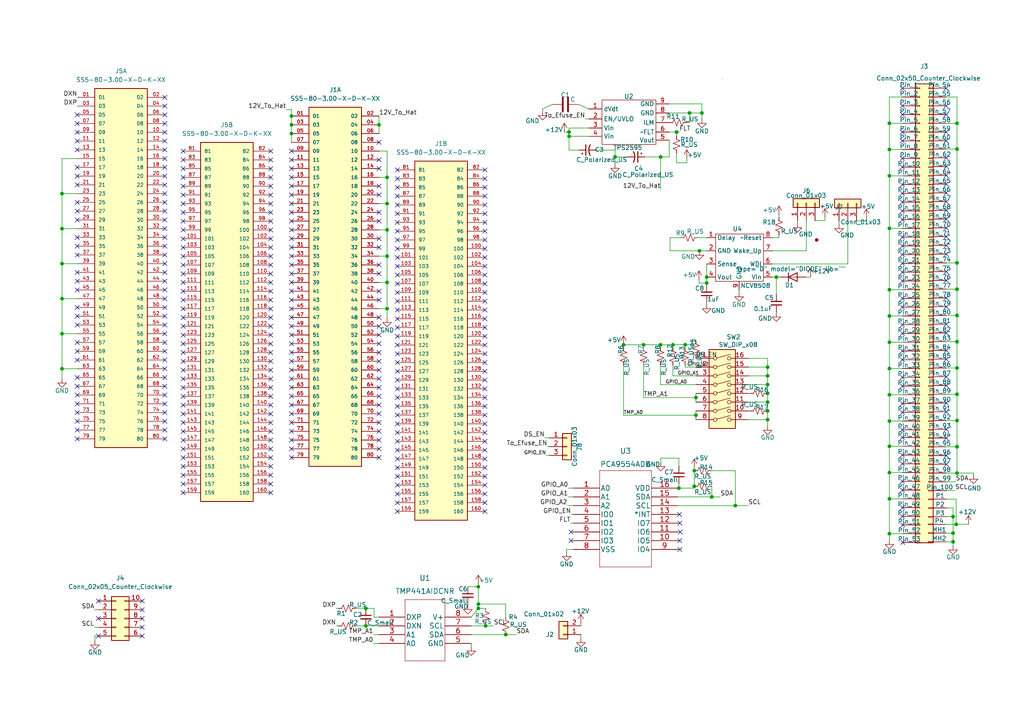
<source format=kicad_sch>
(kicad_sch (version 20211123) (generator eeschema)
  (paper "A4")
  (title_block (title "PERRI Board") (rev "0"))
  (junction (at 201.3712 136.525))
  (junction (at 206.4512 144.1196))
  (junction (at 277.5712 35.7632))
  (junction (at 112.268 81.915))
  (junction (at 112.268 66.675))
  (junction (at 225.171 80.3656))
  (junction (at 17.9832 76.4794))
  (junction (at 180.848 99.9998))
  (junction (at 165.0492 38.3032))
  (junction (at 112.268 59.055))
  (junction (at 196.9008 141.5796))
  (junction (at 191.6176 45.5168))
  (junction (at 222.631 109.0168))
  (junction (at 222.631 114.0968))
  (junction (at 257.9624 99.2632))
  (junction (at 257.9624 122.1232))
  (junction (at 257.9624 154.7876))
  (junction (at 257.9624 66.2432))
  (junction (at 17.9832 86.6394))
  (junction (at 112.268 74.295))
  (junction (at 222.631 121.7168))
  (junction (at 257.9624 51.0032))
  (junction (at 17.9832 106.9594))
  (junction (at 196.2404 38.3032))
  (junction (at 201.8538 115.316))
  (junction (at 84.5312 36.195))
  (junction (at 106.1212 181.5338))
  (junction (at 257.9624 137.0584))
  (junction (at 106.1212 176.4538))
  (junction (at 140.8684 181.5338))
  (junction (at 112.268 89.535))
  (junction (at 165.0492 39.5224))
  (junction (at 257.9624 129.4384))
  (junction (at 257.9624 114.5032))
  (junction (at 277.5712 43.2308))
  (junction (at 178.3842 45.5168))
  (junction (at 84.5312 33.655))
  (junction (at 138.7348 170.18))
  (junction (at 257.9624 106.8832))
  (junction (at 277.5712 121.9708))
  (junction (at 138.7348 175.2092))
  (junction (at 199.9996 32.766))
  (junction (at 257.9624 91.6432))
  (junction (at 191.5668 99.9998))
  (junction (at 204.978 82.0928))
  (junction (at 277.3172 152.0698))
  (junction (at 276.4282 154.6098))
  (junction (at 257.9624 43.3578))
  (junction (at 138.7348 176.4538))
  (junction (at 277.5712 76.2508))
  (junction (at 17.9832 56.1594))
  (junction (at 17.9832 66.3194))
  (junction (at 222.631 116.6368))
  (junction (at 186.6646 99.9998))
  (junction (at 203.581 32.766))
  (junction (at 198.7296 99.9998))
  (junction (at 257.9624 35.7632))
  (junction (at 277.5712 114.3508))
  (junction (at 195.1736 99.9998))
  (junction (at 277.5712 137.2108))
  (junction (at 277.5712 129.5908))
  (junction (at 257.9624 84.0232))
  (junction (at 17.9832 96.7994))
  (junction (at 109.9312 36.195))
  (junction (at 84.5312 38.735))
  (junction (at 112.268 51.435))
  (junction (at 277.5712 83.8708))
  (junction (at 201.3712 141.0462))
  (junction (at 201.8538 120.4214))
  (junction (at 277.5712 99.1108))
  (junction (at 222.631 119.1768))
  (junction (at 276.4282 149.86))
  (junction (at 277.5712 106.7308))
  (junction (at 257.9624 144.6784))
  (junction (at 277.5712 91.4908))
  (junction (at 222.631 111.5568))
  (junction (at 222.631 106.4768))
  (junction (at 213.2838 146.6596))
  (junction (at 276.4282 157.1498))
  (junction (at 204.978 80.3656))
  (junction (at 146.685 184.0738))
  (junction (at 202.8698 72.7456))
  (no_connect (at 47.8028 61.2394))
  (no_connect (at 115.2398 128.016))
  (no_connect (at 22.4028 94.2594))
  (no_connect (at 140.6398 84.836))
  (no_connect (at 140.6398 138.176))
  (no_connect (at 140.6398 117.856))
  (no_connect (at 22.4028 124.7394))
  (no_connect (at 22.4028 43.4594))
  (no_connect (at 274.4724 66.0908))
  (no_connect (at 140.6398 72.136))
  (no_connect (at 47.8028 127.2794))
  (no_connect (at 140.6398 130.556))
  (no_connect (at 115.2398 143.256))
  (no_connect (at 261.7216 30.6832))
  (no_connect (at 41.2496 174.3202))
  (no_connect (at 47.8028 63.7794))
  (no_connect (at 47.8028 51.0794))
  (no_connect (at 22.4028 114.5794))
  (no_connect (at 274.4724 94.0308))
  (no_connect (at 53.1114 135.2804))
  (no_connect (at 41.2496 176.8602))
  (no_connect (at 261.7216 96.7232))
  (no_connect (at 22.4028 91.7194))
  (no_connect (at 22.4028 104.4194))
  (no_connect (at 274.4724 111.8108))
  (no_connect (at 47.8028 101.8794))
  (no_connect (at 274.4724 81.3308))
  (no_connect (at 274.4724 116.8908))
  (no_connect (at 140.6398 105.156))
  (no_connect (at 115.2398 117.856))
  (no_connect (at 109.9312 61.595))
  (no_connect (at 22.4028 58.6994))
  (no_connect (at 261.7216 94.1832))
  (no_connect (at 261.7216 25.6032))
  (no_connect (at 274.4724 109.2708))
  (no_connect (at 261.7216 86.5632))
  (no_connect (at 78.5114 66.7004))
  (no_connect (at 140.6398 97.536))
  (no_connect (at 84.5312 92.075))
  (no_connect (at 109.9312 97.155))
  (no_connect (at 22.4028 35.8394))
  (no_connect (at 140.6398 74.676))
  (no_connect (at 140.6398 61.976))
  (no_connect (at 84.5312 46.355))
  (no_connect (at 274.4724 45.7708))
  (no_connect (at 109.9312 120.015))
  (no_connect (at 78.5114 94.6404))
  (no_connect (at 115.2398 72.136))
  (no_connect (at 140.6398 77.216))
  (no_connect (at 115.2398 69.596))
  (no_connect (at 78.5114 127.6604))
  (no_connect (at 115.2398 67.056))
  (no_connect (at 140.6398 82.296))
  (no_connect (at 47.8028 89.1794))
  (no_connect (at 22.4028 119.6594))
  (no_connect (at 109.9312 130.175))
  (no_connect (at 84.5312 69.215))
  (no_connect (at 261.7216 142.1384))
  (no_connect (at 53.1114 132.7404))
  (no_connect (at 78.5114 92.1004))
  (no_connect (at 47.8028 96.7994))
  (no_connect (at 84.5312 97.155))
  (no_connect (at 53.1114 76.8604))
  (no_connect (at 84.5312 125.095))
  (no_connect (at 140.6398 49.276))
  (no_connect (at 140.6398 135.636))
  (no_connect (at 274.4724 127.0508))
  (no_connect (at 53.1114 92.1004))
  (no_connect (at 84.5312 66.675))
  (no_connect (at 84.5312 89.535))
  (no_connect (at 115.2398 89.916))
  (no_connect (at 84.5312 74.295))
  (no_connect (at 47.8028 53.6194))
  (no_connect (at 115.2398 74.676))
  (no_connect (at 84.5312 43.815))
  (no_connect (at 47.8028 71.3994))
  (no_connect (at 84.5312 122.555))
  (no_connect (at 53.1114 99.7204))
  (no_connect (at 261.7216 33.2232))
  (no_connect (at 261.7216 117.0432))
  (no_connect (at 109.9312 122.555))
  (no_connect (at 22.4028 117.1194))
  (no_connect (at 47.8028 43.4594))
  (no_connect (at 22.4028 122.1994))
  (no_connect (at 274.4724 96.5708))
  (no_connect (at 140.6398 87.376))
  (no_connect (at 109.9312 84.455))
  (no_connect (at 140.6398 54.356))
  (no_connect (at 84.5312 107.315))
  (no_connect (at 115.2398 64.516))
  (no_connect (at 22.4028 89.1794))
  (no_connect (at 78.5114 46.3804))
  (no_connect (at 84.5312 64.135))
  (no_connect (at 109.9312 109.855))
  (no_connect (at 47.8028 94.2594))
  (no_connect (at 22.4028 40.9194))
  (no_connect (at 78.5114 64.1604))
  (no_connect (at 115.2398 94.996))
  (no_connect (at 53.1114 48.9204))
  (no_connect (at 47.8028 73.9394))
  (no_connect (at 78.5114 130.2004))
  (no_connect (at 140.6398 69.596))
  (no_connect (at 22.4028 61.2394))
  (no_connect (at 115.2398 87.376))
  (no_connect (at 53.1114 81.9404))
  (no_connect (at 53.1114 79.4004))
  (no_connect (at 78.5114 79.4004))
  (no_connect (at 115.2398 107.696))
  (no_connect (at 115.2398 92.456))
  (no_connect (at 22.4028 99.3394))
  (no_connect (at 115.2398 79.756))
  (no_connect (at 53.1114 89.5604))
  (no_connect (at 78.5114 61.6204))
  (no_connect (at 53.1114 97.1804))
  (no_connect (at 41.2496 179.4002))
  (no_connect (at 109.9312 46.355))
  (no_connect (at 261.7216 40.8432))
  (no_connect (at 109.9312 102.235))
  (no_connect (at 22.4028 48.5394))
  (no_connect (at 109.9312 76.835))
  (no_connect (at 261.7216 119.5832))
  (no_connect (at 109.9312 86.995))
  (no_connect (at 28.5496 184.4802))
  (no_connect (at 140.6398 120.396))
  (no_connect (at 84.5312 71.755))
  (no_connect (at 78.5114 122.5804))
  (no_connect (at 22.4028 127.2794))
  (no_connect (at 274.4724 78.7908))
  (no_connect (at 109.9312 71.755))
  (no_connect (at 261.7216 58.6232))
  (no_connect (at 140.6398 107.696))
  (no_connect (at 109.9312 41.275))
  (no_connect (at 140.6398 140.716))
  (no_connect (at 84.5312 56.515))
  (no_connect (at 109.9312 127.635))
  (no_connect (at 47.8028 91.7194))
  (no_connect (at 47.8028 86.6394))
  (no_connect (at 115.2398 82.296))
  (no_connect (at 22.4028 109.4994))
  (no_connect (at 28.5496 179.4002))
  (no_connect (at 47.8028 56.1594))
  (no_connect (at 115.2398 105.156))
  (no_connect (at 53.1114 43.8404))
  (no_connect (at 115.2398 51.816))
  (no_connect (at 165.608 156.8196))
  (no_connect (at 165.6334 154.2796))
  (no_connect (at 78.5114 74.3204))
  (no_connect (at 274.4724 53.3908))
  (no_connect (at 53.1114 125.1204))
  (no_connect (at 22.4028 33.2994))
  (no_connect (at 261.7216 139.5984))
  (no_connect (at 115.2398 77.216))
  (no_connect (at 109.9312 125.095))
  (no_connect (at 109.9312 64.135))
  (no_connect (at 274.4724 104.1908))
  (no_connect (at 274.4724 101.6508))
  (no_connect (at 115.2398 115.316))
  (no_connect (at 53.1114 46.3804))
  (no_connect (at 274.4724 61.0108))
  (no_connect (at 47.8028 117.1194))
  (no_connect (at 109.9312 69.215))
  (no_connect (at 109.9312 112.395))
  (no_connect (at 140.6398 143.256))
  (no_connect (at 47.8028 28.2194))
  (no_connect (at 47.8028 30.7594))
  (no_connect (at 261.7216 53.5432))
  (no_connect (at 78.5114 140.3604))
  (no_connect (at 47.8028 81.5594))
  (no_connect (at 53.1114 66.7004))
  (no_connect (at 78.5114 43.8404))
  (no_connect (at 84.5312 84.455))
  (no_connect (at 53.1114 59.0804))
  (no_connect (at 115.2398 61.976))
  (no_connect (at 47.8028 122.1994))
  (no_connect (at 84.5312 99.695))
  (no_connect (at 78.5114 81.9404))
  (no_connect (at 274.4724 73.7108))
  (no_connect (at 53.1114 107.3404))
  (no_connect (at 274.4724 119.4308))
  (no_connect (at 140.6398 94.996))
  (no_connect (at 115.2398 110.236))
  (no_connect (at 261.7216 71.3232))
  (no_connect (at 115.2398 84.836))
  (no_connect (at 109.9312 53.975))
  (no_connect (at 84.5312 51.435))
  (no_connect (at 261.7216 126.8984))
  (no_connect (at 84.5312 109.855))
  (no_connect (at 140.6398 110.236))
  (no_connect (at 84.5312 81.915))
  (no_connect (at 109.9312 56.515))
  (no_connect (at 53.1114 102.2604))
  (no_connect (at 84.5312 59.055))
  (no_connect (at 53.1114 87.0204))
  (no_connect (at 261.7216 76.4032))
  (no_connect (at 78.5114 71.7804))
  (no_connect (at 261.7978 152.2476))
  (no_connect (at 115.2398 148.336))
  (no_connect (at 115.2398 125.476))
  (no_connect (at 84.5312 94.615))
  (no_connect (at 140.6398 92.456))
  (no_connect (at 84.5312 117.475))
  (no_connect (at 140.6398 115.316))
  (no_connect (at 140.6398 59.436))
  (no_connect (at 22.4028 51.0794))
  (no_connect (at 78.5114 114.9604))
  (no_connect (at 78.5114 51.4604))
  (no_connect (at 140.6398 102.616))
  (no_connect (at 274.4724 71.1708))
  (no_connect (at 140.6398 100.076))
  (no_connect (at 84.5312 130.175))
  (no_connect (at 261.7216 61.1632))
  (no_connect (at 78.5114 135.2804))
  (no_connect (at 53.1114 112.4204))
  (no_connect (at 115.2398 100.076))
  (no_connect (at 261.7216 134.5184))
  (no_connect (at 109.9312 104.775))
  (no_connect (at 78.5114 142.9004))
  (no_connect (at 84.5312 104.775))
  (no_connect (at 53.1114 142.9004))
  (no_connect (at 261.7216 68.7832))
  (no_connect (at 115.2398 135.636))
  (no_connect (at 41.2496 184.4802))
  (no_connect (at 261.7216 147.2184))
  (no_connect (at 47.8028 79.0194))
  (no_connect (at 84.5312 86.995))
  (no_connect (at 84.5312 114.935))
  (no_connect (at 115.2398 122.936))
  (no_connect (at 22.4028 112.0394))
  (no_connect (at 53.1114 140.3604))
  (no_connect (at 78.5114 89.5604))
  (no_connect (at 109.9312 94.615))
  (no_connect (at 84.5312 53.975))
  (no_connect (at 261.7216 78.9432))
  (no_connect (at 274.4724 68.6308))
  (no_connect (at 41.2496 181.9402))
  (no_connect (at 274.4724 88.9508))
  (no_connect (at 53.1114 114.9604))
  (no_connect (at 261.7216 104.3432))
  (no_connect (at 47.8028 112.0394))
  (no_connect (at 140.6398 148.336))
  (no_connect (at 84.5312 61.595))
  (no_connect (at 47.8028 119.6594))
  (no_connect (at 261.7216 81.4832))
  (no_connect (at 53.1114 54.0004))
  (no_connect (at 47.8028 99.3394))
  (no_connect (at 109.9312 99.695))
  (no_connect (at 53.1114 61.6204))
  (no_connect (at 140.6398 133.096))
  (no_connect (at 47.8028 66.3194))
  (no_connect (at 140.6398 145.796))
  (no_connect (at 261.7216 109.4232))
  (no_connect (at 78.5114 132.7404))
  (no_connect (at 53.1114 74.3204))
  (no_connect (at 84.5312 48.895))
  (no_connect (at 274.4724 63.5508))
  (no_connect (at 109.9312 107.315))
  (no_connect (at 84.5312 102.235))
  (no_connect (at 274.4216 25.6032))
  (no_connect (at 78.5114 109.8804))
  (no_connect (at 47.8028 33.2994))
  (no_connect (at 274.4216 30.6832))
  (no_connect (at 22.4028 71.3994))
  (no_connect (at 274.4724 134.6708))
  (no_connect (at 109.9312 114.935))
  (no_connect (at 47.8028 114.5794))
  (no_connect (at 53.1114 130.2004))
  (no_connect (at 115.2398 54.356))
  (no_connect (at 78.5114 76.8604))
  (no_connect (at 53.1114 117.5004))
  (no_connect (at 274.4216 33.2232))
  (no_connect (at 140.6398 51.816))
  (no_connect (at 78.5114 59.0804))
  (no_connect (at 47.8028 76.4794))
  (no_connect (at 261.7216 124.6632))
  (no_connect (at 47.8028 45.9994))
  (no_connect (at 261.7216 56.0832))
  (no_connect (at 53.1114 64.1604))
  (no_connect (at 47.8028 124.7394))
  (no_connect (at 53.1114 71.7804))
  (no_connect (at 53.1114 109.8804))
  (no_connect (at 140.6398 125.476))
  (no_connect (at 22.4028 84.0994))
  (no_connect (at 47.8028 58.6994))
  (no_connect (at 115.2398 145.796))
  (no_connect (at 78.5114 102.2604))
  (no_connect (at 274.4724 48.3108))
  (no_connect (at 115.2398 56.896))
  (no_connect (at 84.5312 127.635))
  (no_connect (at 47.8028 104.4194))
  (no_connect (at 53.1114 127.6604))
  (no_connect (at 115.2398 102.616))
  (no_connect (at 274.4724 55.9308))
  (no_connect (at 140.6398 64.516))
  (no_connect (at 78.5114 125.1204))
  (no_connect (at 84.5312 120.015))
  (no_connect (at 53.1114 84.4804))
  (no_connect (at 109.9312 79.375))
  (no_connect (at 115.2398 49.276))
  (no_connect (at 22.4028 79.0194))
  (no_connect (at 22.4028 81.5594))
  (no_connect (at 140.6398 56.896))
  (no_connect (at 78.5114 97.1804))
  (no_connect (at 78.5114 56.5404))
  (no_connect (at 47.8028 35.8394))
  (no_connect (at 78.5114 69.2404))
  (no_connect (at 261.7216 73.8632))
  (no_connect (at 22.4028 68.8594))
  (no_connect (at 261.7216 131.9784))
  (no_connect (at 53.1114 94.6404))
  (no_connect (at 78.5114 48.9204))
  (no_connect (at 109.9312 132.715))
  (no_connect (at 22.4028 38.3794))
  (no_connect (at 47.8028 109.4994))
  (no_connect (at 197.3072 154.2796))
  (no_connect (at 197.1294 156.8196))
  (no_connect (at 197.1802 151.7396))
  (no_connect (at 197.0786 149.1996))
  (no_connect (at 197.1802 159.3596))
  (no_connect (at 53.1114 51.4604))
  (no_connect (at 115.2398 133.096))
  (no_connect (at 140.6398 122.936))
  (no_connect (at 47.8028 106.9594))
  (no_connect (at 53.1114 69.2404))
  (no_connect (at 261.7216 63.7032))
  (no_connect (at 261.7216 111.9632))
  (no_connect (at 22.4028 63.7794))
  (no_connect (at 115.2398 120.396))
  (no_connect (at 274.4724 50.8508))
  (no_connect (at 47.8028 68.8594))
  (no_connect (at 78.5114 137.8204))
  (no_connect (at 140.6398 89.916))
  (no_connect (at 140.6398 67.056))
  (no_connect (at 53.1114 122.5804))
  (no_connect (at 274.4216 40.8432))
  (no_connect (at 78.5114 87.0204))
  (no_connect (at 115.2398 112.776))
  (no_connect (at 78.5114 112.4204))
  (no_connect (at 261.7216 48.4632))
  (no_connect (at 84.5312 79.375))
  (no_connect (at 115.2398 130.556))
  (no_connect (at 84.5312 112.395))
  (no_connect (at 115.2398 59.436))
  (no_connect (at 53.1114 56.5404))
  (no_connect (at 274.4724 58.4708))
  (no_connect (at 53.1114 120.0404))
  (no_connect (at 53.1114 137.8204))
  (no_connect (at 47.8028 38.3794))
  (no_connect (at 78.5114 54.0004))
  (no_connect (at 84.5312 76.835))
  (no_connect (at 47.8028 48.5394))
  (no_connect (at 53.1114 104.8004))
  (no_connect (at 47.8028 84.0994))
  (no_connect (at 109.9312 48.895))
  (no_connect (at 28.5496 174.3202))
  (no_connect (at 115.2398 138.176))
  (no_connect (at 261.7216 38.3032))
  (no_connect (at 47.8028 40.9194))
  (no_connect (at 78.5114 99.7204))
  (no_connect (at 261.7216 89.1032))
  (no_connect (at 274.4216 38.3032))
  (no_connect (at 115.2398 97.536))
  (no_connect (at 140.6398 112.776))
  (no_connect (at 274.4724 124.5108))
  (no_connect (at 78.5114 104.8004))
  (no_connect (at 274.4724 86.4108))
  (no_connect (at 22.4028 101.8794))
  (no_connect (at 261.7216 149.7584))
  (no_connect (at 261.7216 45.9232))
  (no_connect (at 140.6398 79.756))
  (no_connect (at 261.7978 157.3276))
  (no_connect (at 78.5114 120.0404))
  (no_connect (at 109.9312 92.075))
  (no_connect (at 78.5114 117.5004))
  (no_connect (at 140.6398 128.016))
  (no_connect (at 84.5312 132.715))
  (no_connect (at 274.4724 132.1308))
  (no_connect (at 78.5114 107.3404))
  (no_connect (at 22.4028 53.6194))
  (no_connect (at 109.9312 117.475))
  (no_connect (at 22.4028 73.9394))
  (no_connect (at 115.2398 140.716))
  (no_connect (at 261.7216 101.8032))
  (no_connect (at 78.5114 84.4804))
  (wire (pts (xy 136.6774 178.9938) (xy 138.7348 176.4538)))
  (wire (pts (xy 236.3978 63.9826) (xy 239.268 63.9826)))
  (wire (pts (xy 17.9832 96.7994) (xy 22.4028 96.7994)))
  (wire (pts (xy 274.4724 137.2108) (xy 277.5712 137.2108)))
  (wire (pts (xy 17.9832 96.7994) (xy 17.9832 106.9594)))
  (wire (pts (xy 191.5668 99.9998) (xy 191.5668 100.838)))
  (wire (pts (xy 196.5706 149.1996) (xy 197.0786 149.1996)))
  (wire (pts (xy 84.5312 33.655) (xy 84.5312 31.75)))
  (wire (pts (xy 112.268 81.915) (xy 112.268 89.535)))
  (wire (pts (xy 251.3076 63.1698) (xy 251.3076 64.0842)))
  (wire (pts (xy 198.7296 99.9998) (xy 200.7616 99.9998)))
  (wire (pts (xy 187.0202 45.5168) (xy 191.6176 45.5168)))
  (wire (pts (xy 196.5706 151.7396) (xy 197.1802 151.7396)))
  (wire (pts (xy 222.631 116.6368) (xy 222.631 119.1768)))
  (wire (pts (xy 201.3712 136.525) (xy 201.3712 141.0462)))
  (wire (pts (xy 222.631 119.1768) (xy 222.631 121.7168)))
  (wire (pts (xy 245.8974 76.5556) (xy 245.8974 64.0842)))
  (wire (pts (xy 274.4724 142.2908) (xy 276.987 142.2908)))
  (wire (pts (xy 257.9624 122.1232) (xy 257.9624 129.4384)))
  (wire (pts (xy 277.5712 91.4908) (xy 277.5712 83.8708)))
  (wire (pts (xy 27.4066 176.8602) (xy 28.5496 176.8602)))
  (wire (pts (xy 196.5706 146.6596) (xy 213.2838 146.6596)))
  (wire (pts (xy 257.9624 129.4384) (xy 257.9624 137.0584)))
  (wire (pts (xy 257.9624 137.0584) (xy 257.9624 144.6784)))
  (wire (pts (xy 17.9832 56.1594) (xy 22.4028 56.1594)))
  (wire (pts (xy 231.3178 63.9826) (xy 231.3178 64.77)))
  (wire (pts (xy 178.3842 45.5168) (xy 178.3842 43.5356)))
  (wire (pts (xy 109.9312 66.675) (xy 112.268 66.675)))
  (wire (pts (xy 17.9832 86.6394) (xy 22.4028 86.6394)))
  (wire (pts (xy 257.9624 129.4384) (xy 261.7216 129.4384)))
  (wire (pts (xy 194.1068 32.766) (xy 199.9996 32.766)))
  (wire (pts (xy 277.5712 114.3508) (xy 277.5712 106.7308)))
  (wire (pts (xy 112.268 59.055) (xy 112.268 66.675)))
  (wire (pts (xy 217.0938 106.4768) (xy 222.631 106.4768)))
  (wire (pts (xy 194.3354 68.9356) (xy 194.3354 72.7456)))
  (wire (pts (xy 201.3712 135.6868) (xy 201.3712 136.525)))
  (wire (pts (xy 17.9832 66.3194) (xy 22.4028 66.3194)))
  (wire (pts (xy 277.5712 99.1108) (xy 277.5712 106.7308)))
  (wire (pts (xy 109.855 178.9938) (xy 108.4834 178.9938)))
  (wire (pts (xy 274.574 149.86) (xy 276.4282 149.86)))
  (wire (pts (xy 17.9832 45.9994) (xy 17.9832 56.1594)))
  (wire (pts (xy 191.5668 111.5568) (xy 201.8538 111.5568)))
  (wire (pts (xy 97.4598 181.5338) (xy 98.1456 181.5338)))
  (wire (pts (xy 138.7348 169.3672) (xy 138.7348 170.18)))
  (wire (pts (xy 163.6776 38.3032) (xy 165.0492 38.3032)))
  (wire (pts (xy 109.9312 33.655) (xy 109.9312 36.195)))
  (wire (pts (xy 165.5064 151.7396) (xy 166.2938 151.7396)))
  (wire (pts (xy 274.4724 83.8708) (xy 277.5712 83.8708)))
  (wire (pts (xy 103.2256 176.4538) (xy 106.1212 176.4538)))
  (wire (pts (xy 165.608 156.8196) (xy 166.2938 156.8196)))
  (wire (pts (xy 243.3574 64.0842) (xy 243.3574 65.024)))
  (wire (pts (xy 103.2256 181.5338) (xy 106.1212 181.5338)))
  (wire (pts (xy 203.581 30.1244) (xy 203.581 32.766)))
  (wire (pts (xy 27.3558 181.9402) (xy 28.5496 181.9402)))
  (wire (pts (xy 203.581 32.766) (xy 203.581 34.544)))
  (wire (pts (xy 217.0938 109.0168) (xy 222.631 109.0168)))
  (wire (pts (xy 196.2404 44.5008) (xy 196.2404 47.2186)))
  (wire (pts (xy 112.268 66.675) (xy 112.268 74.295)))
  (wire (pts (xy 225.171 90.678) (xy 225.171 90.4748)))
  (wire (pts (xy 197.358 68.9356) (xy 194.3354 68.9356)))
  (wire (pts (xy 178.3842 45.5168) (xy 181.9402 45.5168)))
  (wire (pts (xy 178.3842 43.5356) (xy 172.9486 43.5356)))
  (wire (pts (xy 135.6868 175.26) (xy 135.6868 175.514)))
  (wire (pts (xy 196.9008 140.2842) (xy 196.9008 141.5796)))
  (wire (pts (xy 138.7348 170.18) (xy 135.6868 170.18)))
  (wire (pts (xy 28.5496 184.4802) (xy 27.5336 184.4802)))
  (wire (pts (xy 191.5668 99.9998) (xy 186.6646 99.9998)))
  (wire (pts (xy 261.239 43.3578) (xy 261.7216 43.3832)))
  (wire (pts (xy 257.9624 84.0232) (xy 257.9624 66.2432)))
  (wire (pts (xy 201.8538 120.4214) (xy 201.8538 119.1768)))
  (wire (pts (xy 165.6334 154.2796) (xy 166.2938 154.2796)))
  (wire (pts (xy 196.5706 154.2796) (xy 197.3072 154.2796)))
  (wire (pts (xy 257.9624 99.2632) (xy 257.9624 91.6432)))
  (wire (pts (xy 257.9624 91.6432) (xy 257.9624 84.0232)))
  (wire (pts (xy 109.9312 59.055) (xy 112.268 59.055)))
  (wire (pts (xy 277.5712 28.1432) (xy 277.5712 35.7632)))
  (wire (pts (xy 257.9624 106.8832) (xy 261.7216 106.8832)))
  (wire (pts (xy 274.4724 106.7308) (xy 277.5712 106.7308)))
  (wire (pts (xy 204.978 80.3656) (xy 204.978 82.0928)))
  (wire (pts (xy 274.32 154.6098) (xy 276.4282 154.6098)))
  (wire (pts (xy 276.4282 149.86) (xy 276.4282 154.6098)))
  (wire (pts (xy 180.848 105.918) (xy 180.848 120.4214)))
  (wire (pts (xy 158.75 129.54) (xy 159.3596 129.54)))
  (wire (pts (xy 138.7348 175.2092) (xy 138.7348 176.4538)))
  (wire (pts (xy 213.2838 146.6596) (xy 217.0176 146.6596)))
  (wire (pts (xy 277.3172 144.78) (xy 277.3172 152.0698)))
  (wire (pts (xy 274.574 147.32) (xy 276.4282 147.32)))
  (wire (pts (xy 274.574 144.78) (xy 277.3172 144.78)))
  (wire (pts (xy 217.0938 116.6368) (xy 222.631 116.6368)))
  (wire (pts (xy 136.6774 184.0738) (xy 146.685 184.0738)))
  (wire (pts (xy 225.933 62.3062) (xy 225.933 63.0682)))
  (wire (pts (xy 195.1736 105.918) (xy 195.1736 109.0168)))
  (wire (pts (xy 200.7616 98.8568) (xy 201.8538 98.8568)))
  (wire (pts (xy 170.7896 37.1348) (xy 165.0492 37.1348)))
  (wire (pts (xy 198.7296 106.4768) (xy 201.8538 106.4768)))
  (wire (pts (xy 198.7296 105.918) (xy 198.7296 106.4768)))
  (wire (pts (xy 206.4512 136.525) (xy 213.2838 136.525)))
  (wire (pts (xy 146.685 175.2092) (xy 138.7348 175.2092)))
  (wire (pts (xy 257.9624 122.1232) (xy 261.7216 122.1232)))
  (wire (pts (xy 222.631 106.4768) (xy 222.631 109.0168)))
  (wire (pts (xy 257.9624 106.8832) (xy 257.9624 114.5032)))
  (wire (pts (xy 17.9832 106.9594) (xy 22.4028 106.9594)))
  (wire (pts (xy 235.1024 80.3656) (xy 233.7562 80.3656)))
  (wire (pts (xy 97.4598 176.4538) (xy 98.1456 176.4538)))
  (wire (pts (xy 17.9832 106.9594) (xy 17.9832 109.8296)))
  (wire (pts (xy 138.7348 170.18) (xy 138.7348 175.2092)))
  (wire (pts (xy 274.4724 114.3508) (xy 277.5712 114.3508)))
  (wire (pts (xy 169.7228 34.4932) (xy 170.7896 34.4932)))
  (wire (pts (xy 106.1212 176.4538) (xy 108.4834 176.4538)))
  (wire (pts (xy 202.7428 81.1276) (xy 202.7428 82.0928)))
  (wire (pts (xy 199.9996 32.766) (xy 203.581 32.766)))
  (wire (pts (xy 196.5706 144.1196) (xy 206.4512 144.1196)))
  (wire (pts (xy 257.9624 114.5032) (xy 261.7216 114.5032)))
  (wire (pts (xy 136.6774 186.6138) (xy 136.6774 187.5536)))
  (wire (pts (xy 257.9624 51.0032) (xy 257.9624 43.3578)))
  (wire (pts (xy 204.978 82.0928) (xy 204.978 82.677)))
  (wire (pts (xy 224.028 76.5556) (xy 245.8974 76.5556)))
  (wire (pts (xy 160.1724 30.3022) (xy 157.3784 31.5976)))
  (wire (pts (xy 257.9624 28.1432) (xy 261.7216 28.1432)))
  (wire (pts (xy 186.6646 115.316) (xy 201.8538 115.316)))
  (wire (pts (xy 112.268 43.815) (xy 112.268 51.435)))
  (wire (pts (xy 274.4724 129.5908) (xy 277.5712 129.5908)))
  (wire (pts (xy 217.0938 119.1768) (xy 217.551 119.1768)))
  (wire (pts (xy 199.1868 35.56) (xy 199.9996 35.56)))
  (wire (pts (xy 180.848 120.4214) (xy 201.8538 120.4214)))
  (wire (pts (xy 167.7924 30.3022) (xy 170.7388 31.5976)))
  (wire (pts (xy 202.8698 72.7456) (xy 204.978 72.7456)))
  (wire (pts (xy 206.4512 144.1196) (xy 208.9404 144.1196)))
  (wire (pts (xy 277.5712 83.8708) (xy 277.5712 76.2508)))
  (wire (pts (xy 196.2404 38.3032) (xy 196.2404 39.4208)))
  (wire (pts (xy 257.9624 99.2632) (xy 261.7216 99.2632)))
  (wire (pts (xy 200.7616 99.9998) (xy 200.7616 98.8568)))
  (wire (pts (xy 196.9008 141.5796) (xy 201.3712 141.5796)))
  (wire (pts (xy 195.1736 109.0168) (xy 201.8538 109.0168)))
  (wire (pts (xy 257.9624 144.6784) (xy 257.9624 154.7876)))
  (wire (pts (xy 201.8538 115.316) (xy 201.8538 116.6368)))
  (wire (pts (xy 204.978 82.0928) (xy 202.7428 82.0928)))
  (wire (pts (xy 168.4782 185.1152) (xy 168.4782 184.0484)))
  (wire (pts (xy 277.3172 152.0698) (xy 280.8986 152.0698)))
  (wire (pts (xy 191.643 132.8674) (xy 196.9008 132.8674)))
  (wire (pts (xy 257.9624 51.0032) (xy 261.7216 51.0032)))
  (wire (pts (xy 195.1736 99.9998) (xy 191.5668 99.9998)))
  (wire (pts (xy 196.5706 159.3596) (xy 197.1802 159.3596)))
  (wire (pts (xy 222.631 103.9368) (xy 222.631 106.4768)))
  (wire (pts (xy 257.9624 156.6418) (xy 257.9624 154.7876)))
  (wire (pts (xy 222.631 114.0968) (xy 222.631 116.6368)))
  (wire (pts (xy 165.6334 149.1996) (xy 166.2938 149.1996)))
  (wire (pts (xy 140.8684 176.4538) (xy 138.7348 176.4538)))
  (wire (pts (xy 17.9832 76.4794) (xy 17.9832 86.6394)))
  (wire (pts (xy 277.5712 137.2108) (xy 277.5712 129.5908)))
  (wire (pts (xy 112.268 51.435) (xy 112.268 59.055)))
  (wire (pts (xy 225.171 85.3948) (xy 225.171 80.3656)))
  (wire (pts (xy 164.8206 141.5796) (xy 166.2938 141.5796)))
  (wire (pts (xy 248.4374 64.0842) (xy 251.3076 64.0842)))
  (wire (pts (xy 274.4724 121.9708) (xy 277.5712 121.9708)))
  (wire (pts (xy 17.9832 66.3194) (xy 17.9832 76.4794)))
  (wire (pts (xy 195.1736 99.9998) (xy 195.1736 100.838)))
  (wire (pts (xy 222.631 121.7168) (xy 222.631 123.5202)))
  (wire (pts (xy 274.4724 43.2308) (xy 277.5712 43.2308)))
  (wire (pts (xy 109.9312 36.195) (xy 109.9312 38.735)))
  (wire (pts (xy 282.3718 137.2108) (xy 282.3718 137.7188)))
  (wire (pts (xy 27.5336 184.4802) (xy 27.5336 185.801)))
  (wire (pts (xy 198.7296 99.9998) (xy 195.1736 99.9998)))
  (wire (pts (xy 146.685 184.0738) (xy 149.7584 184.0738)))
  (wire (pts (xy 277.5712 121.9708) (xy 277.5712 114.3508)))
  (wire (pts (xy 186.6646 99.9998) (xy 186.6646 100.838)))
  (wire (pts (xy 146.685 178.9938) (xy 146.685 175.2092)))
  (wire (pts (xy 199.2122 45.9994) (xy 199.2122 47.2186)))
  (wire (pts (xy 274.4216 28.1432) (xy 277.5712 28.1432)))
  (wire (pts (xy 17.9832 56.1594) (xy 17.9832 66.3194)))
  (wire (pts (xy 274.4724 99.1108) (xy 277.5712 99.1108)))
  (wire (pts (xy 196.9008 132.8674) (xy 196.9008 135.2042)))
  (wire (pts (xy 233.8578 72.7456) (xy 233.8578 63.9826)))
  (wire (pts (xy 198.7296 99.9998) (xy 198.7296 100.838)))
  (wire (pts (xy 17.9832 76.4794) (xy 22.4028 76.4794)))
  (wire (pts (xy 217.0938 111.5568) (xy 222.631 111.5568)))
  (wire (pts (xy 108.3056 184.0738) (xy 109.855 184.0738)))
  (wire (pts (xy 257.9624 114.5032) (xy 257.9624 122.1232)))
  (wire (pts (xy 106.1212 181.5338) (xy 109.855 181.5338)))
  (wire (pts (xy 168.4782 181.5084) (xy 168.4782 180.721)))
  (wire (pts (xy 140.8684 181.5338) (xy 143.2052 181.5338)))
  (wire (pts (xy 194.056 30.1244) (xy 203.581 30.1244)))
  (wire (pts (xy 164.338 159.3596) (xy 164.338 160.0962)))
  (wire (pts (xy 202.438 68.9356) (xy 204.978 68.9356)))
  (wire (pts (xy 277.5712 43.2308) (xy 277.5712 76.2508)))
  (wire (pts (xy 257.9624 43.3578) (xy 257.9624 35.7632)))
  (wire (pts (xy 206.4512 141.0462) (xy 206.4512 144.1196)))
  (wire (pts (xy 274.32 157.1498) (xy 276.4282 157.1498)))
  (wire (pts (xy 17.9832 86.6394) (xy 17.9832 96.7994)))
  (wire (pts (xy 170.7896 39.5224) (xy 165.0492 39.5224)))
  (wire (pts (xy 217.0938 121.7168) (xy 222.631 121.7168)))
  (wire (pts (xy 277.5712 137.2108) (xy 282.3718 137.2108)))
  (wire (pts (xy 84.5312 41.275) (xy 84.5312 38.735)))
  (wire (pts (xy 225.171 80.3656) (xy 226.1362 80.3656)))
  (wire (pts (xy 222.631 111.5568) (xy 222.631 114.0968)))
  (wire (pts (xy 165.0492 43.5356) (xy 167.8686 43.5356)))
  (wire (pts (xy 201.8538 114.0968) (xy 201.8538 115.316)))
  (wire (pts (xy 112.268 89.535) (xy 112.268 92.2528)))
  (wire (pts (xy 194.1068 38.3032) (xy 196.2404 38.3032)))
  (wire (pts (xy 165.0492 38.3032) (xy 165.0492 39.5224)))
  (wire (pts (xy 276.4282 154.6098) (xy 276.4282 157.1498)))
  (wire (pts (xy 191.5922 54.9148) (xy 191.6176 45.5168)))
  (wire (pts (xy 109.9312 43.815) (xy 112.268 43.815)))
  (wire (pts (xy 277.5712 35.7632) (xy 277.5712 43.2308)))
  (wire (pts (xy 274.4216 35.7632) (xy 277.5712 35.7632)))
  (wire (pts (xy 136.6774 181.5338) (xy 140.8684 181.5338)))
  (wire (pts (xy 109.9312 81.915) (xy 112.268 81.915)))
  (wire (pts (xy 196.2404 47.2186) (xy 199.2122 47.2186)))
  (wire (pts (xy 196.5706 141.5796) (xy 196.9008 141.5796)))
  (wire (pts (xy 224.028 68.9356) (xy 225.933 68.9356)))
  (wire (pts (xy 164.7952 144.1196) (xy 166.2938 144.1196)))
  (wire (pts (xy 214.376 84.1248) (xy 214.376 84.8106)))
  (wire (pts (xy 109.9312 51.435) (xy 112.268 51.435)))
  (wire (pts (xy 217.0938 114.0968) (xy 217.551 114.0968)))
  (wire (pts (xy 204.978 87.757) (xy 204.978 88.2904)))
  (wire (pts (xy 186.6646 99.9998) (xy 180.848 99.9998)))
  (wire (pts (xy 194.1068 40.64) (xy 194.1068 45.5168)))
  (wire (pts (xy 109.9312 74.295) (xy 112.268 74.295)))
  (wire (pts (xy 257.9624 84.0232) (xy 261.7216 84.0232)))
  (wire (pts (xy 257.9624 66.2432) (xy 257.9624 51.0032)))
  (wire (pts (xy 166.2938 159.3596) (xy 164.338 159.3596)))
  (wire (pts (xy 165.0492 39.5224) (xy 165.0492 43.5356)))
  (wire (pts (xy 274.32 152.0698) (xy 277.3172 152.0698)))
  (wire (pts (xy 201.3712 141.0462) (xy 201.3712 141.5796)))
  (wire (pts (xy 180.848 99.9998) (xy 180.848 100.838)))
  (wire (pts (xy 276.4282 157.1498) (xy 276.4282 158.242)))
  (wire (pts (xy 159.3596 132.08) (xy 158.3944 132.08)))
  (wire (pts (xy 196.5706 156.8196) (xy 197.1294 156.8196)))
  (wire (pts (xy 191.6176 45.5168) (xy 194.1068 45.5168)))
  (wire (pts (xy 157.988 127) (xy 159.3596 127)))
  (wire (pts (xy 109.9312 89.535) (xy 112.268 89.535)))
  (wire (pts (xy 84.5312 38.735) (xy 84.5312 36.195)))
  (wire (pts (xy 165.0492 37.1348) (xy 165.0492 38.3032)))
  (wire (pts (xy 108.2802 186.6138) (xy 109.855 186.6138)))
  (wire (pts (xy 277.5712 91.4908) (xy 277.5712 99.1108)))
  (wire (pts (xy 112.268 74.295) (xy 112.268 81.915)))
  (wire (pts (xy 82.9818 31.75) (xy 84.5312 31.75)))
  (wire (pts (xy 164.5666 146.6596) (xy 166.2938 146.6596)))
  (wire (pts (xy 191.5668 105.918) (xy 191.5668 111.5568)))
  (wire (pts (xy 194.3354 72.7456) (xy 202.8698 72.7456)))
  (wire (pts (xy 257.9624 144.6784) (xy 261.7216 144.6784)))
  (wire (pts (xy 199.9996 35.56) (xy 199.9996 32.766)))
  (wire (pts (xy 257.9624 35.7632) (xy 261.7216 35.7632)))
  (wire (pts (xy 261.7216 91.6432) (xy 257.9624 91.6432)))
  (wire (pts (xy 201.8538 121.7168) (xy 201.8538 120.4214)))
  (wire (pts (xy 22.4028 45.9994) (xy 17.9832 45.9994)))
  (wire (pts (xy 257.9624 154.7876) (xy 261.7978 154.7876)))
  (wire (pts (xy 257.9624 137.0584) (xy 261.7216 137.0584)))
  (wire (pts (xy 191.643 132.8674) (xy 191.643 134.0612)))
  (wire (pts (xy 224.028 72.7456) (xy 233.8578 72.7456)))
  (wire (pts (xy 224.028 80.3656) (xy 225.171 80.3656)))
  (wire (pts (xy 196.2404 38.3032) (xy 197.0024 38.3032)))
  (wire (pts (xy 186.6646 105.918) (xy 186.6646 115.316)))
  (wire (pts (xy 274.4724 139.7508) (xy 277.1648 139.7508)))
  (wire (pts (xy 157.3784 31.5976) (xy 157.3784 32.2834)))
  (wire (pts (xy 225.933 68.1482) (xy 225.933 68.9356)))
  (wire (pts (xy 217.0938 103.9368) (xy 222.631 103.9368)))
  (wire (pts (xy 213.2838 136.525) (xy 213.2838 146.6596)))
  (wire (pts (xy 274.4724 76.2508) (xy 277.5712 76.2508)))
  (wire (pts (xy 257.9624 43.3578) (xy 261.239 43.3578)))
  (wire (pts (xy 274.4724 91.4908) (xy 277.5712 91.4908)))
  (wire (pts (xy 277.5712 129.5908) (xy 277.5712 121.9708)))
  (wire (pts (xy 178.3842 45.5168) (xy 178.3842 47.5488)))
  (wire (pts (xy 222.631 109.0168) (xy 222.631 111.5568)))
  (wire (pts (xy 239.268 63.0682) (xy 239.268 63.9826)))
  (wire (pts (xy 204.978 76.5556) (xy 204.978 80.3656)))
  (wire (pts (xy 261.7216 66.2432) (xy 257.9624 66.2432)))
  (wire (pts (xy 84.5312 36.195) (xy 84.5312 33.655)))
  (wire (pts (xy 257.9624 99.2632) (xy 257.9624 106.8832)))
  (wire (pts (xy 108.4834 178.9938) (xy 108.4834 176.4538)))
  (wire (pts (xy 276.4282 147.32) (xy 276.4282 149.86)))
  (wire (pts (xy 257.9624 35.7632) (xy 257.9624 28.1432)))
  (label "GPIO_A0" (at 192.9892 111.5568 0) (effects (font (size 1 1))))
  (label "FLT" (at 165.5064 151.7396 180))
  (label "DS_EN" (at 201.8538 103.9368 0))
  (label "GPIO_EN" (at 165.6334 149.1996 180))
  (label "SDA" (at 277.1648 139.7508 0))
  (label "SCL" (at 276.987 142.2908 0))
  (label "12V_To_Hat" (at 82.9818 31.75 180))
  (label "12V_To_Hat" (at 109.9312 33.655 0))
  (label "GPIO_A2" (at 199.2884 106.4768 0) (effects (font (size 1 1))))
  (label "GPIO_A0" (at 164.8206 141.5796 180))
  (label "GPIO_A2" (at 164.5666 146.6596 180))
  (label "TMP_A1" (at 186.6646 115.316 0))
  (label "To_Efuse_EN" (at 158.75 129.54 180))
  (label "SCL" (at 27.3558 181.9402 180))
  (label "GPIO_A1" (at 196.4944 109.0168 0) (effects (font (size 1 1))))
  (label "To_Efuse_EN" (at 169.7228 34.4932 180))
  (label "SCL" (at 217.0176 146.6596 0))
  (label "GPIO_EN" (at 158.3944 132.08 180) (effects (font (size 1 1))))
  (label "DS_EN" (at 157.988 127 180))
  (label "GPIO_A1" (at 164.7952 144.1196 180))
  (label "12V_To_Hat" (at 191.5922 54.9148 180))
  (label "TMP_A0" (at 108.2802 186.6138 180))
  (label "DXP" (at 97.4598 176.4538 180))
  (label "SCL" (at 143.2052 181.5338 0))
  (label "DXN" (at 22.4028 28.2194 180))
  (label "TMP_A1" (at 108.3056 184.0738 180))
  (label "SDA" (at 27.4066 176.8602 180))
  (label "DXP" (at 22.4028 30.7594 180))
  (label "SDA" (at 149.7584 184.0738 0))
  (label "FLT" (at 197.0024 38.3032 0))
  (label "SDA" (at 208.9404 144.1196 0))
  (label "TMP_A0" (at 180.848 120.4214 0) (effects (font (size 1 1))))
  (label "DXN" (at 97.4598 181.5338 180))
  (symbol (lib_id "power:+12V") (at 280.8986 152.0698 0) (unit 1)
    (property "Reference" "#PWR0119" (effects hide))
    (property "Value" "+12V" (at 280.5176 148.4884 0))
  )
  (symbol (lib_id "power:+12V") (at 163.6776 38.3032 0) (unit 1)
    (property "Reference" "#PWR09" (effects hide))
    (property "Value" "+12V" (at 160.6296 37.6428 0))
  )
  (symbol (lib_id "Connector_Generic:Conn_01x02") (at 163.3982 184.0484 180) (unit 1)
    (property "Reference" "J2" (at 160.7058 184.0485 0) (effects (justify left)))
    (property "Value" "Conn_01x02" (at 163.6268 178.1048 0) (effects (justify left)))
    (property "Footprint" "footprints:1757242" (effects hide))
  )
  (symbol (lib_id "Device:C") (at 163.9824 30.3022 270) (unit 1)
    (property "Reference" "C1" (at 163.957 27.5336 90))
    (property "Value" "C" (at 166.1414 28.829 90))
    (property "Footprint" "Capacitor_SMD:C_0805_2012Metric" (effects hide))
  )
  (symbol (lib_id "Connector_Generic:Conn_01x03") (at 164.4396 129.54 0) (unit 1)
    (property "Reference" "J8" (at 168.0464 128.397 90) (effects (justify right)))
    (property "Value" "Conn_01x03" (at 166.624 123.6218 90) (effects (justify right)))
    (property "Footprint" "Connector_PinHeader_2.54mm:PinHeader_1x03_P2.54mm_Vertical" (effects hide))
  )
  (symbol (lib_id "power:GND") (at 222.631 123.5202 0) (unit 1)
    (property "Reference" "#PWR0116" (effects hide))
    (property "Value" "GND" (at 222.6564 126.873 0))
  )
  (symbol (lib_id "SS5-80-3.00-X-D-K-XX:SS5-80-3.00-X-D-K-XX") (at 127.9398 97.536 0) (unit 2)
    (property "Reference" "J1" (at 127.9398 41.656 0))
    (property "Value" "SS5-80-3.00-X-D-K-XX" (at 127.9398 44.196 0))
    (property "Footprint" "footprints:SAMTEC_SS5-80-3.00-X-D-K-XX" (effects hide))
    (property "STANDARD" "Manufacturer Recommendations" (effects hide))
    (property "MANUFACTURER" "Samtec" (effects hide))
    (property "PARTREV" "F" (effects hide))
    (property "MAXIMUM_PACKAGE_HEIGHT" "3.5 mm" (effects hide))
  )
  (symbol (lib_id "power:+5V") (at 138.7348 169.3672 0) (unit 1)
    (property "Reference" "#PWR0113" (effects hide))
    (property "Value" "+5V" (at 140.9192 168.3258 0))
  )
  (symbol (lib_id "Device:C_Small") (at 135.6868 172.72 0) (unit 1)
    (property "Reference" "C6" (at 132.9436 170.815 0) (effects (justify left)))
    (property "Value" "C_Small" (at 127.8636 174.244 0) (effects (justify left)))
    (property "Footprint" "Capacitor_SMD:C_0805_2012Metric" (effects hide))
  )
  (symbol (lib_id "power:+12V") (at 235.1024 80.3656 0) (unit 1)
    (property "Reference" "#PWR0104" (effects hide))
    (property "Value" "+12V" (at 238.2266 78.6638 0))
  )
  (symbol (lib_id "Device:R_Small_US") (at 203.9112 141.0462 90) (unit 1)
    (property "Reference" "R15" (at 206.8068 140.0048 90) (effects (justify left)))
    (property "Value" "R_US" (at 206.3496 142.6718 90) (effects (justify left)))
    (property "Footprint" "Resistor_SMD:R_0805_2012Metric" (effects hide))
  )
  (symbol (lib_id "Device:R_Small_US") (at 198.7296 103.378 180) (unit 1)
    (property "Reference" "R13" (at 197.8406 100.33 90) (effects (justify left)))
    (property "Value" "R_US" (at 200.4822 100.3554 90) (effects (justify left)))
    (property "Footprint" "Resistor_SMD:R_0805_2012Metric" (effects hide))
  )
  (symbol (lib_id "power:+5V") (at 251.3076 63.1698 0) (mirror y) (unit 1)
    (property "Reference" "#PWR0101" (effects hide))
    (property "Value" "+5V" (at 251.7648 59.8932 0))
  )
  (symbol (lib_id "Device:C_Polarized_Small_US") (at 184.4802 45.5168 270) (unit 1)
    (property "Reference" "C4" (at 185.2422 48.895 90))
    (property "Value" "C_Polarized_US" (at 187.9346 50.673 90))
    (property "Footprint" "Capacitor_SMD:C_1206_3216Metric" (effects hide))
  )
  (symbol (lib_id "Device:C_Small") (at 225.171 87.9348 180) (unit 1)
    (property "Reference" "C5" (at 224.4598 86.36 0) (effects (justify left)))
    (property "Value" "0.1uF" (at 224.028 89.5604 0) (effects (justify left)))
    (property "Footprint" "Capacitor_SMD:C_1206_3216Metric" (effects hide))
  )
  (symbol (lib_id "Device:R_Small_US") (at 100.6856 176.4538 90) (unit 1)
    (property "Reference" "R1" (at 100.2792 177.927 90) (effects (justify left)))
    (property "Value" "R_US" (at 106.2482 175.4124 90) (effects (justify left)))
    (property "Footprint" "Resistor_SMD:R_0805_2012Metric" (effects hide))
  )
  (symbol (lib_id "Device:R_Small_US") (at 100.6856 181.5338 90) (unit 1)
    (property "Reference" "R2" (at 103.9114 180.5686 90) (effects (justify left)))
    (property "Value" "R_US" (at 100.5332 183.2356 90) (effects (justify left)))
    (property "Footprint" "Resistor_SMD:R_0805_2012Metric" (effects hide))
  )
  (symbol (lib_id "power:GND") (at 276.4282 158.242 0) (unit 1)
    (property "Reference" "#PWR020" (effects hide))
    (property "Value" "GND" (at 276.4536 161.5948 0))
  )
  (symbol (lib_id "power:+5V") (at 202.7428 81.1276 0) (unit 1)
    (property "Reference" "#PWR0105" (effects hide))
    (property "Value" "+5V" (at 199.9742 79.7306 0))
  )
  (symbol (lib_id "power:GND") (at 282.3718 137.7188 0) (unit 1)
    (property "Reference" "#PWR0120" (effects hide))
    (property "Value" "GND" (at 282.575 141.605 0))
  )
  (symbol (lib_id "power:GND") (at 136.6774 187.5536 0) (unit 1)
    (property "Reference" "#PWR0115" (effects hide))
    (property "Value" "GND" (at 134.1374 190.0174 0))
  )
  (symbol (lib_id "power:+5V") (at 180.848 99.9998 0) (unit 1)
    (property "Reference" "#PWR0110" (effects hide))
    (property "Value" "+5V" (at 178.0794 98.6028 0))
  )
  (symbol (lib_id "power:GND") (at 112.268 92.2528 0) (unit 1)
    (property "Reference" "#PWR0122" (effects hide))
    (property "Value" "GND" (at 112.268 95.7326 0))
  )
  (symbol (lib_id "Connector_Generic:Conn_02x05_Counter_Clockwise") (at 33.6296 179.4002 0) (unit 1)
    (property "Reference" "J4" (at 34.8996 167.64 0))
    (property "Value" "Conn_02x05_Counter_Clockwise" (at 34.8996 170.18 0))
    (property "Footprint" "footprints:302010030000" (effects hide))
  )
  (symbol (lib_id "PERRI_Symbols:NVC8508") (at 213.868 75.2856 0) (unit 1)
    (property "Reference" "U4" (at 213.868 66.3956 0))
    (property "Value" "NCV8508" (at 219.1258 82.8548 0))
    (property "Footprint" "Package_SO:SOIC-8-1EP_3.9x4.9mm_P1.27mm_EP2.514x3.2mm" (effects hide))
  )
  (symbol (lib_id "Device:R_Small_US") (at 180.848 103.378 180) (unit 1)
    (property "Reference" "R6" (at 180.0606 100.0252 90) (effects (justify left)))
    (property "Value" "R_US" (at 181.7878 103.9876 90) (effects (justify left)))
    (property "Footprint" "Resistor_SMD:R_0805_2012Metric" (effects hide))
  )
  (symbol (lib_id "SS5-80-3.00-X-D-K-XX:SS5-80-3.00-X-D-K-XX") (at 65.8114 92.1004 0) (unit 2)
    (property "Reference" "J5" (at 65.8114 36.2204 0))
    (property "Value" "SS5-80-3.00-X-D-K-XX" (at 65.8114 38.7604 0))
    (property "Footprint" "footprints:SAMTEC_SS5-80-3.00-X-D-K-XX" (effects hide))
    (property "STANDARD" "Manufacturer Recommendations" (effects hide))
    (property "MANUFACTURER" "Samtec" (effects hide))
    (property "PARTREV" "F" (effects hide))
    (property "MAXIMUM_PACKAGE_HEIGHT" "3.5 mm" (effects hide))
  )
  (symbol (lib_id "Device:C_Small") (at 196.9008 137.7442 180) (unit 1)
    (property "Reference" "C7" (at 195.3514 136.9568 0) (effects (justify left)))
    (property "Value" "C_Small" (at 196.7484 139.1666 0) (effects (justify left)))
    (property "Footprint" "Capacitor_SMD:C_0805_2012Metric" (effects hide))
  )
  (symbol (lib_id "power:GND") (at 225.171 90.678 0) (unit 1)
    (property "Reference" "#PWR016" (effects hide))
    (property "Value" "GND" (at 221.8944 92.3544 0))
  )
  (symbol (lib_id "Device:R_Small_US") (at 220.091 114.0968 90) (unit 1)
    (property "Reference" "R16" (at 222.9866 113.0554 90) (effects (justify left)))
    (property "Value" "R_US" (at 219.9386 112.2172 90) (effects (justify left)))
    (property "Footprint" "Resistor_SMD:R_0805_2012Metric" (effects hide))
  )
  (symbol (lib_id "power:GND") (at 164.338 160.0962 0) (unit 1)
    (property "Reference" "#PWR010" (effects hide))
    (property "Value" "GND" (at 164.338 163.6014 0))
  )
  (symbol (lib_id "Device:R_Small_US") (at 146.685 181.5338 0) (unit 1)
    (property "Reference" "R4" (at 147.4978 178.9684 0) (effects (justify left)))
    (property "Value" "R_US" (at 147.828 181.1528 0) (effects (justify left)))
    (property "Footprint" "Resistor_SMD:R_0805_2012Metric" (effects hide))
  )
  (symbol (lib_name "Conn_02x50_Counter_Clockwise_1") (lib_id "PERRI_Symbols:Conn_02x50_Counter_Clockwise") (at 266.8016 73.8632 0) (unit 1)
    (property "Reference" "J3" (at 268.0716 19.2532 0))
    (property "Value" "Conn_02x50_Counter_Clockwise" (at 269.3162 22.7076 0))
    (property "Footprint" "footprints:FX23100S05SH" (effects hide))
  )
  (symbol (lib_id "SS5-80-3.00-X-D-K-XX:SS5-80-3.00-X-D-K-XX") (at 35.1028 76.4794 0) (unit 1)
    (property "Reference" "J5" (at 35.1028 20.5994 0))
    (property "Value" "SS5-80-3.00-X-D-K-XX" (at 35.1028 23.1394 0))
    (property "Footprint" "footprints:SAMTEC_SS5-80-3.00-X-D-K-XX" (effects hide))
    (property "STANDARD" "Manufacturer Recommendations" (effects hide))
    (property "MANUFACTURER" "Samtec" (effects hide))
    (property "PARTREV" "F" (effects hide))
    (property "MAXIMUM_PACKAGE_HEIGHT" "3.5 mm" (effects hide))
  )
  (symbol (lib_id "power:GND") (at 243.3574 65.024 0) (unit 1)
    (property "Reference" "#PWR0103" (effects hide))
    (property "Value" "GND" (at 245.7196 68.199 0))
  )
  (symbol (lib_id "power:GND") (at 204.978 88.2904 0) (unit 1)
    (property "Reference" "#PWR0106" (effects hide))
    (property "Value" "GND" (at 208.3054 90.0938 0))
  )
  (symbol (lib_id "power:GND") (at 17.9832 109.8296 0) (unit 1)
    (property "Reference" "#PWR0121" (effects hide))
    (property "Value" "GND" (at 17.9832 113.3094 0))
  )
  (symbol (lib_id "power:GND") (at 202.8698 72.7456 0) (unit 1)
    (property "Reference" "#PWR011" (effects hide))
    (property "Value" "GND" (at 199.5932 74.422 0))
  )
  (symbol (lib_id "power:GND") (at 214.376 84.8106 0) (unit 1)
    (property "Reference" "#PWR0118" (effects hide))
    (property "Value" "GND" (at 214.3252 88.3158 0))
  )
  (symbol (lib_id "SS5-80-3.00-X-D-K-XX:SS5-80-3.00-X-D-K-XX") (at 97.2312 81.915 0) (unit 1)
    (property "Reference" "J1" (at 97.2312 26.035 0))
    (property "Value" "SS5-80-3.00-X-D-K-XX" (at 97.2312 28.575 0))
    (property "Footprint" "footprints:SAMTEC_SS5-80-3.00-X-D-K-XX" (effects hide))
    (property "STANDARD" "Manufacturer Recommendations" (effects hide))
    (property "MANUFACTURER" "Samtec" (effects hide))
    (property "PARTREV" "F" (effects hide))
    (property "MAXIMUM_PACKAGE_HEIGHT" "3.5 mm" (effects hide))
  )
  (symbol (lib_id "Device:R_Small_US") (at 195.1736 103.378 180) (unit 1)
    (property "Reference" "R12" (at 194.31 99.7712 90) (effects (justify left)))
    (property "Value" "R_US" (at 196.3166 102.3874 90) (effects (justify left)))
    (property "Footprint" "Resistor_SMD:R_0805_2012Metric" (effects hide))
  )
  (symbol (lib_id "power:GND") (at 168.4782 185.1152 0) (unit 1)
    (property "Reference" "#PWR015" (effects hide))
    (property "Value" "GND" (at 168.5036 188.468 0))
  )
  (symbol (lib_id "power:+5V") (at 199.2122 45.9994 0) (unit 1)
    (property "Reference" "#PWR0109" (effects hide))
    (property "Value" "+5V" (at 201.3966 44.958 0))
  )
  (symbol (lib_id "power:GND") (at 231.3178 64.77 0) (unit 1)
    (property "Reference" "#PWR0102" (effects hide))
    (property "Value" "GND" (at 233.68 67.945 0))
  )
  (symbol (lib_id "Device:C_Small") (at 204.978 85.217 180) (unit 1)
    (property "Reference" "C8" (at 204.2668 83.6422 0) (effects (justify left)))
    (property "Value" "1uF" (at 208.7626 86.7664 0) (effects (justify left)))
    (property "Footprint" "Capacitor_SMD:C_1206_3216Metric" (effects hide))
  )
  (symbol (lib_id "power:+5V") (at 225.933 62.3062 0) (unit 1)
    (property "Reference" "#PWR0108" (effects hide))
    (property "Value" "+5V" (at 223.1644 60.9092 0))
  )
  (symbol (lib_id "Device:R_Small_US") (at 196.6468 35.56 90) (unit 1)
    (property "Reference" "R11" (at 197.1802 33.782 90) (effects (justify left)))
    (property "Value" "R_US" (at 202.6158 34.5694 90) (effects (justify left)))
    (property "Footprint" "Resistor_SMD:R_0805_2012Metric" (effects hide))
  )
  (symbol (lib_id "Device:R_Small_US") (at 225.933 65.6082 180) (unit 1)
    (property "Reference" "R18" (at 225.044 64.4144 0) (effects (justify left)))
    (property "Value" "R_US" (at 231.4448 67.056 0) (effects (justify left)))
    (property "Footprint" "Resistor_SMD:R_0805_2012Metric" (effects hide))
  )
  (symbol (lib_id "power:GND") (at 135.6868 175.514 0) (unit 1)
    (property "Reference" "#PWR0114" (effects hide))
    (property "Value" "GND" (at 133.7818 175.895 0))
  )
  (symbol (lib_id "power:+5V") (at 201.3712 135.6868 0) (unit 1)
    (property "Reference" "#PWR0111" (effects hide))
    (property "Value" "+5V" (at 203.327 132.842 0))
  )
  (symbol (lib_id "power:GND") (at 191.643 134.0612 0) (unit 1)
    (property "Reference" "#PWR0112" (effects hide))
    (property "Value" "GND" (at 189.4586 134.6708 0))
  )
  (symbol (lib_id "PERRI_Symbols:efuse") (at 178.562 35.56 0) (unit 1)
    (property "Reference" "U2" (at 182.372 27.9908 0))
    (property "Value" "TPS2595" (at 182.0926 42.8244 0))
    (property "Footprint" "TPS441:TPS259525DSGR" (effects hide))
  )
  (symbol (lib_name "C_Polarized_Small_US_1") (lib_id "Device:C_Polarized_Small_US") (at 170.4086 43.5356 90) (unit 1)
    (property "Reference" "C3" (at 173.8376 43.4086 90))
    (property "Value" "C_Polarized_US" (at 174.5234 46.3296 90))
    (property "Footprint" "Capacitor_SMD:C_1206_3216Metric" (effects hide))
  )
  (symbol (lib_id "power:GND") (at 203.581 34.544 0) (unit 1)
    (property "Reference" "#PWR018" (effects hide))
    (property "Value" "GND" (at 203.581 38.0238 0))
  )
  (symbol (lib_id "Device:R_Small_US") (at 186.6646 103.378 180) (unit 1)
    (property "Reference" "R7" (at 185.8772 100.0252 90) (effects (justify left)))
    (property "Value" "R_US" (at 187.6044 103.9876 90) (effects (justify left)))
    (property "Footprint" "Resistor_SMD:R_0805_2012Metric" (effects hide))
  )
  (symbol (lib_id "Device:C_Small") (at 106.1212 178.9938 0) (unit 1)
    (property "Reference" "C2" (at 102.3874 178.2826 0) (effects (justify left)))
    (property "Value" "C_Small" (at 106.426 180.6448 0) (effects (justify left)))
    (property "Footprint" "Capacitor_SMD:C_0805_2012Metric" (effects hide))
  )
  (symbol (lib_id "Device:R_Small_US") (at 196.2404 41.9608 0) (unit 1)
    (property "Reference" "R10" (at 197.2818 40.4622 0) (effects (justify left)))
    (property "Value" "R_US" (at 197.4088 41.9354 0) (effects (justify left)))
    (property "Footprint" "Resistor_SMD:R_0805_2012Metric" (effects hide))
  )
  (symbol (lib_id "power:GND") (at 157.3784 32.2834 0) (unit 1)
    (property "Reference" "#PWR08" (effects hide))
    (property "Value" "GND" (at 154.432 35.052 0))
  )
  (symbol (lib_id "power:GND") (at 178.3842 47.5488 0) (unit 1)
    (property "Reference" "#PWR012" (effects hide))
    (property "Value" "GND" (at 178.3842 51.0286 0))
  )
  (symbol (lib_id "2022-06-21_13-56-27:TMP441AIDCNR") (at 123.6218 182.4482 0) (unit 1)
    (property "Reference" "U1" (at 123.2662 167.64 0) (effects (font (size 1.524 1.524))))
    (property "Value" "TMP441AIDCNR" (at 123.2662 171.45 0) (effects (font (size 1.524 1.524))))
    (property "Footprint" "footprints:TMP441AIDCNR" (effects hide))
  )
  (symbol (lib_id "Simulation_SPICE:DIODE") (at 229.9462 80.3656 180) (unit 1)
    (property "Reference" "D1" (at 228.981 82.7024 0))
    (property "Value" "DIODE" (at 229.5398 78.0034 0))
    (property "Footprint" "Diode_THT:D_DO-41_SOD81_P5.08mm_Vertical_AnodeUp" (effects hide))
    (property "Spice_Netlist_Enabled" "Y" (effects hide))
    (property "Spice_Primitive" "D" (effects hide))
  )
  (symbol (lib_id "Device:R_Small_US") (at 199.898 68.9356 90) (unit 1)
    (property "Reference" "R9" (at 198.6788 67.6148 90) (effects (justify left)))
    (property "Value" "R_US" (at 204.1398 67.1322 90) (effects (justify left)))
    (property "Footprint" "Resistor_SMD:R_0805_2012Metric" (effects hide))
  )
  (symbol (lib_id "Device:R_Small_US") (at 203.9112 136.525 90) (unit 1)
    (property "Reference" "R14" (at 206.8068 135.4836 90) (effects (justify left)))
    (property "Value" "R_US" (at 206.3496 138.1506 90) (effects (justify left)))
    (property "Footprint" "Resistor_SMD:R_0805_2012Metric" (effects hide))
  )
  (symbol (lib_name "Conn_01x03_1") (lib_id "Connector_Generic:Conn_01x03") (at 245.8974 59.0042 90) (unit 1)
    (property "Reference" "J7" (at 242.1382 60.0964 90) (effects (justify right)))
    (property "Value" "Conn_01x03" (at 243.7638 64.389 90) (effects (justify right)))
    (property "Footprint" "Connector_PinHeader_2.54mm:PinHeader_1x03_P2.54mm_Vertical" (effects hide))
  )
  (symbol (lib_id "Device:R_Small_US") (at 140.8684 178.9938 0) (unit 1)
    (property "Reference" "R3" (at 137.7188 178.5874 0) (effects (justify left)))
    (property "Value" "R_US" (at 137.6172 180.2638 0) (effects (justify left)))
    (property "Footprint" "Resistor_SMD:R_0805_2012Metric" (effects hide))
  )
  (symbol (lib_id "Device:R_Small_US") (at 220.091 119.1768 90) (unit 1)
    (property "Reference" "R17" (at 222.9866 118.1354 90) (effects (justify left)))
    (property "Value" "R_US" (at 219.9386 117.2972 90) (effects (justify left)))
    (property "Footprint" "Resistor_SMD:R_0805_2012Metric" (effects hide))
  )
  (symbol (lib_id "Connector_Generic:Conn_01x03") (at 233.8578 58.9026 90) (unit 1)
    (property "Reference" "J6" (at 232.7148 55.2958 90) (effects (justify right)))
    (property "Value" "Conn_01x03" (at 227.9396 56.7182 90) (effects (justify right)))
    (property "Footprint" "Connector_PinHeader_2.54mm:PinHeader_1x03_P2.54mm_Vertical" (effects hide))
  )
  (symbol (lib_id "power:+12V") (at 168.4782 180.721 0) (unit 1)
    (property "Reference" "#PWR014" (effects hide))
    (property "Value" "+12V" (at 168.3258 177.2412 0))
  )
  (symbol (lib_id "Switch:SW_DIP_x08") (at 209.4738 114.0968 0) (unit 1)
    (property "Reference" "SW2" (at 212.7504 97.7392 0))
    (property "Value" "SW_DIP_x08" (at 214.0966 99.9744 0))
    (property "Footprint" "footprints:SW_219-8LPSTRF" (effects hide))
  )
  (symbol (lib_id "Device:R_Small_US") (at 201.8538 101.3968 180) (unit 1)
    (property "Reference" "R5" (at 201.0664 98.044 90) (effects (justify left)))
    (property "Value" "R_US" (at 202.7936 102.0064 90) (effects (justify left)))
    (property "Footprint" "Resistor_SMD:R_0805_2012Metric" (effects hide))
  )
  (symbol (lib_id "2022-06-15_19-22-19:PCA9554ADB") (at 181.5338 145.2372 0) (unit 1)
    (property "Reference" "U3" (at 181.4322 130.81 0) (effects (font (size 1.524 1.524))))
    (property "Value" "PCA9554ADB" (at 181.4322 134.62 0) (effects (font (size 1.524 1.524))))
    (property "Footprint" "PCA9554ADB:PCA9554ADB" (effects hide))
  )
  (symbol (lib_id "power:GND") (at 257.9624 156.6418 0) (unit 1)
    (property "Reference" "#PWR019" (effects hide))
    (property "Value" "GND" (at 257.9878 159.9946 0))
  )
  (symbol (lib_id "power:+5V") (at 239.268 63.0682 0) (mirror y) (unit 1)
    (property "Reference" "#PWR0107" (effects hide))
    (property "Value" "+5V" (at 239.7252 59.7916 0))
  )
  (symbol (lib_id "power:GND") (at 27.5336 185.801 0) (unit 1)
    (property "Reference" "#PWR0117" (effects hide))
    (property "Value" "GND" (at 27.559 189.2046 0))
  )
  (symbol (lib_id "Device:R_Small_US") (at 191.5668 103.378 180) (unit 1)
    (property "Reference" "R8" (at 190.7794 100.0252 90) (effects (justify left)))
    (property "Value" "R_US" (at 192.5066 103.9876 90) (effects (justify left)))
    (property "Footprint" "Resistor_SMD:R_0805_2012Metric" (effects hide))
  )
)
</source>
